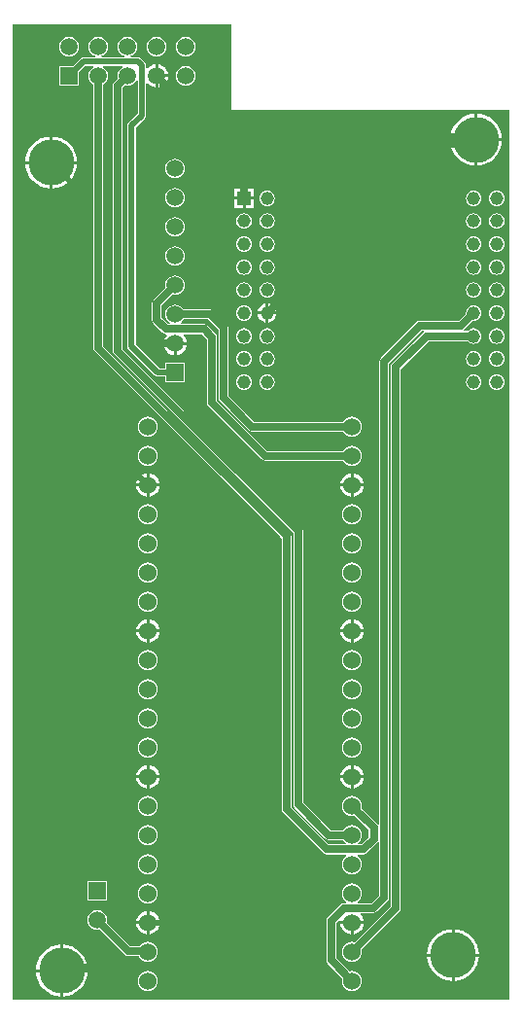
<source format=gtl>
G04*
G04 #@! TF.GenerationSoftware,Altium Limited,Altium Designer,19.1.5 (86)*
G04*
G04 Layer_Physical_Order=1*
G04 Layer_Color=255*
%FSLAX25Y25*%
%MOIN*%
G70*
G01*
G75*
%ADD20C,0.02000*%
%ADD21C,0.05000*%
%ADD22C,0.02500*%
%ADD23R,0.05906X0.05906*%
%ADD24C,0.05906*%
%ADD25C,0.15748*%
%ADD26C,0.06000*%
%ADD27C,0.04528*%
%ADD28R,0.04528X0.04528*%
%ADD29R,0.05906X0.05906*%
G36*
X76772Y314567D02*
X172047D01*
Y9449D01*
X1575D01*
Y343701D01*
X76772D01*
Y314567D01*
D02*
G37*
%LPC*%
G36*
X61004Y339504D02*
X60129Y339388D01*
X59313Y339051D01*
X58613Y338513D01*
X58075Y337813D01*
X57737Y336997D01*
X57622Y336122D01*
X57737Y335247D01*
X58075Y334431D01*
X58613Y333731D01*
X59313Y333193D01*
X60129Y332856D01*
X61004Y332740D01*
X61879Y332856D01*
X62695Y333193D01*
X63395Y333731D01*
X63933Y334431D01*
X64270Y335247D01*
X64386Y336122D01*
X64270Y336997D01*
X63933Y337813D01*
X63395Y338513D01*
X62695Y339051D01*
X61879Y339388D01*
X61004Y339504D01*
D02*
G37*
G36*
X51004D02*
X50129Y339388D01*
X49313Y339051D01*
X48613Y338513D01*
X48075Y337813D01*
X47738Y336997D01*
X47622Y336122D01*
X47738Y335247D01*
X48075Y334431D01*
X48613Y333731D01*
X49313Y333193D01*
X50129Y332856D01*
X51004Y332740D01*
X51879Y332856D01*
X52695Y333193D01*
X53395Y333731D01*
X53932Y334431D01*
X54270Y335247D01*
X54386Y336122D01*
X54270Y336997D01*
X53932Y337813D01*
X53395Y338513D01*
X52695Y339051D01*
X51879Y339388D01*
X51004Y339504D01*
D02*
G37*
G36*
X21004D02*
X20129Y339388D01*
X19313Y339051D01*
X18613Y338513D01*
X18075Y337813D01*
X17738Y336997D01*
X17622Y336122D01*
X17738Y335247D01*
X18075Y334431D01*
X18613Y333731D01*
X19313Y333193D01*
X20129Y332856D01*
X21004Y332740D01*
X21879Y332856D01*
X22695Y333193D01*
X23395Y333731D01*
X23933Y334431D01*
X24270Y335247D01*
X24386Y336122D01*
X24270Y336997D01*
X23933Y337813D01*
X23395Y338513D01*
X22695Y339051D01*
X21879Y339388D01*
X21004Y339504D01*
D02*
G37*
G36*
X41004D02*
X40129Y339388D01*
X39313Y339051D01*
X38613Y338513D01*
X38075Y337813D01*
X37738Y336997D01*
X37622Y336122D01*
X37738Y335247D01*
X38075Y334431D01*
X38613Y333731D01*
X39313Y333193D01*
X39946Y332931D01*
X39846Y332431D01*
X32162D01*
X32062Y332931D01*
X32695Y333193D01*
X33395Y333731D01*
X33933Y334431D01*
X34270Y335247D01*
X34386Y336122D01*
X34270Y336997D01*
X33933Y337813D01*
X33395Y338513D01*
X32695Y339051D01*
X31879Y339388D01*
X31004Y339504D01*
X30129Y339388D01*
X29313Y339051D01*
X28613Y338513D01*
X28075Y337813D01*
X27738Y336997D01*
X27622Y336122D01*
X27738Y335247D01*
X28075Y334431D01*
X28613Y333731D01*
X29313Y333193D01*
X29946Y332931D01*
X29846Y332431D01*
X25886D01*
X25886Y332431D01*
X25340Y332323D01*
X24877Y332013D01*
X24876Y332013D01*
X22338Y329475D01*
X17651D01*
Y322769D01*
X24357D01*
Y327456D01*
X26477Y329576D01*
X29276D01*
X29375Y329077D01*
X29313Y329051D01*
X28613Y328513D01*
X28075Y327813D01*
X27738Y326997D01*
X27622Y326122D01*
X27738Y325247D01*
X28075Y324431D01*
X28613Y323731D01*
X29313Y323193D01*
X29322Y323190D01*
Y232828D01*
X29450Y232185D01*
X29814Y231639D01*
X93888Y167564D01*
Y74705D01*
X94017Y74061D01*
X94381Y73515D01*
X108161Y59736D01*
X108707Y59371D01*
X109350Y59243D01*
X109350Y59243D01*
X116050D01*
X116195Y58743D01*
X115607Y58291D01*
X115062Y57581D01*
X114719Y56754D01*
X114602Y55866D01*
X114719Y54979D01*
X115062Y54151D01*
X115607Y53441D01*
X116317Y52896D01*
X117144Y52554D01*
X118032Y52437D01*
X118919Y52554D01*
X119746Y52896D01*
X120456Y53441D01*
X121001Y54151D01*
X121344Y54979D01*
X121461Y55866D01*
X121344Y56754D01*
X121001Y57581D01*
X120456Y58291D01*
X119868Y58743D01*
X120013Y59243D01*
X121949D01*
X122593Y59371D01*
X123138Y59736D01*
X126682Y63279D01*
X126682Y63279D01*
X126853Y63535D01*
X127353Y63384D01*
Y45231D01*
X124651Y42529D01*
X120089D01*
X119919Y43029D01*
X120456Y43441D01*
X121001Y44151D01*
X121344Y44978D01*
X121461Y45866D01*
X121344Y46754D01*
X121001Y47581D01*
X120456Y48291D01*
X119746Y48836D01*
X118919Y49179D01*
X118032Y49295D01*
X117144Y49179D01*
X116317Y48836D01*
X115607Y48291D01*
X115062Y47581D01*
X114719Y46754D01*
X114602Y45866D01*
X114719Y44978D01*
X115062Y44151D01*
X115607Y43441D01*
X116144Y43029D01*
X115974Y42529D01*
X115256D01*
X115256Y42529D01*
X114612Y42401D01*
X114066Y42036D01*
X109736Y37705D01*
X109371Y37159D01*
X109243Y36516D01*
Y22972D01*
X109371Y22329D01*
X109736Y21783D01*
X114732Y16786D01*
X114719Y16754D01*
X114602Y15866D01*
X114719Y14978D01*
X115062Y14151D01*
X115607Y13441D01*
X116317Y12896D01*
X117144Y12554D01*
X118032Y12437D01*
X118919Y12554D01*
X119746Y12896D01*
X120456Y13441D01*
X121001Y14151D01*
X121344Y14978D01*
X121461Y15866D01*
X121344Y16754D01*
X121001Y17581D01*
X120456Y18291D01*
X119746Y18836D01*
X118919Y19179D01*
X118032Y19295D01*
X117144Y19179D01*
X117112Y19165D01*
X112608Y23669D01*
Y35819D01*
X113620Y36831D01*
X114093Y36597D01*
X114063Y36366D01*
X122000D01*
X121929Y36910D01*
X121526Y37883D01*
X120926Y38664D01*
X121037Y39164D01*
X125348D01*
X125992Y39292D01*
X126538Y39657D01*
X130225Y43344D01*
X130225Y43344D01*
X130590Y43890D01*
X130718Y44534D01*
X130718Y44534D01*
X130718Y227551D01*
X141937Y238770D01*
X142518D01*
X142669Y238270D01*
X142413Y238099D01*
X142413Y238099D01*
X131783Y227469D01*
X131418Y226923D01*
X131290Y226279D01*
Y41504D01*
X118951Y29165D01*
X118919Y29179D01*
X118032Y29295D01*
X117144Y29179D01*
X116317Y28836D01*
X115607Y28291D01*
X115062Y27581D01*
X114719Y26754D01*
X114602Y25866D01*
X114719Y24979D01*
X115062Y24151D01*
X115607Y23441D01*
X116317Y22896D01*
X117144Y22554D01*
X118032Y22437D01*
X118919Y22554D01*
X119746Y22896D01*
X120456Y23441D01*
X121001Y24151D01*
X121344Y24979D01*
X121461Y25866D01*
X121344Y26754D01*
X121331Y26786D01*
X134162Y39617D01*
X134162Y39617D01*
X134527Y40163D01*
X134655Y40807D01*
Y225583D01*
X144299Y235227D01*
X157677D01*
X157844Y235010D01*
X158401Y234583D01*
X159049Y234314D01*
X159744Y234223D01*
X160440Y234314D01*
X161088Y234583D01*
X161644Y235010D01*
X162071Y235566D01*
X162339Y236214D01*
X162431Y236909D01*
X162339Y237605D01*
X162071Y238253D01*
X161644Y238809D01*
X161088Y239236D01*
X160440Y239505D01*
X159744Y239596D01*
X159049Y239505D01*
X158401Y239236D01*
X157844Y238809D01*
X157677Y238592D01*
X156498D01*
X156346Y239092D01*
X156603Y239263D01*
X159472Y242132D01*
X159744Y242097D01*
X160440Y242188D01*
X161088Y242457D01*
X161644Y242884D01*
X162071Y243440D01*
X162339Y244088D01*
X162431Y244783D01*
X162339Y245479D01*
X162071Y246127D01*
X161644Y246683D01*
X161088Y247110D01*
X160440Y247379D01*
X159744Y247470D01*
X159049Y247379D01*
X158401Y247110D01*
X157844Y246683D01*
X157417Y246127D01*
X157149Y245479D01*
X157057Y244783D01*
X157093Y244512D01*
X154717Y242135D01*
X141240D01*
X140596Y242007D01*
X140051Y241642D01*
X140050Y241642D01*
X127846Y229438D01*
X127481Y228892D01*
X127353Y228248D01*
X127353Y69490D01*
X126853Y69339D01*
X126682Y69595D01*
X126682Y69595D01*
X121331Y74946D01*
X121344Y74979D01*
X121461Y75866D01*
X121344Y76754D01*
X121001Y77581D01*
X120456Y78291D01*
X119746Y78836D01*
X118919Y79179D01*
X118032Y79295D01*
X117144Y79179D01*
X116317Y78836D01*
X115607Y78291D01*
X115062Y77581D01*
X114719Y76754D01*
X114602Y75866D01*
X114719Y74979D01*
X115062Y74151D01*
X115607Y73441D01*
X116317Y72896D01*
X117144Y72554D01*
X118032Y72437D01*
X118919Y72554D01*
X118951Y72567D01*
X123810Y67709D01*
Y65165D01*
X121252Y62608D01*
X120191D01*
X120021Y63108D01*
X120456Y63441D01*
X121001Y64151D01*
X121344Y64978D01*
X121461Y65866D01*
X121344Y66754D01*
X121001Y67581D01*
X120456Y68291D01*
X119746Y68836D01*
X118919Y69179D01*
X118032Y69296D01*
X117144Y69179D01*
X116317Y68836D01*
X115607Y68291D01*
X115062Y67581D01*
X115048Y67548D01*
X110618D01*
X101190Y76976D01*
Y169980D01*
X101062Y170624D01*
X100698Y171170D01*
X100697Y171170D01*
X39379Y232488D01*
Y322118D01*
X40120Y322859D01*
X40129Y322856D01*
X41004Y322740D01*
X41879Y322856D01*
X42695Y323193D01*
X43395Y323731D01*
X43933Y324431D01*
X44037Y324684D01*
X44537Y324584D01*
Y313091D01*
X41412Y309966D01*
X41102Y309503D01*
X40994Y308957D01*
X40994Y308957D01*
Y233366D01*
X40994Y233366D01*
X41102Y232820D01*
X41412Y232357D01*
X50420Y223349D01*
X50420Y223349D01*
X50883Y223040D01*
X51429Y222931D01*
X51429Y222931D01*
X54029D01*
Y220958D01*
X60735D01*
Y227664D01*
X54029D01*
Y225786D01*
X52020D01*
X43849Y233957D01*
Y308365D01*
X46974Y311491D01*
X46974Y311491D01*
X47283Y311954D01*
X47392Y312500D01*
Y323515D01*
X47892Y323685D01*
X48185Y323303D01*
X49011Y322669D01*
X49972Y322271D01*
X50504Y322201D01*
Y326122D01*
Y330043D01*
X49972Y329973D01*
X49011Y329575D01*
X48185Y328941D01*
X47892Y328560D01*
X47392Y328729D01*
Y329823D01*
X47392Y329823D01*
X47283Y330369D01*
X46974Y330832D01*
X46974Y330832D01*
X45793Y332013D01*
X45330Y332323D01*
X44783Y332431D01*
X44783Y332431D01*
X42162D01*
X42062Y332931D01*
X42695Y333193D01*
X43395Y333731D01*
X43933Y334431D01*
X44270Y335247D01*
X44386Y336122D01*
X44270Y336997D01*
X43933Y337813D01*
X43395Y338513D01*
X42695Y339051D01*
X41879Y339388D01*
X41004Y339504D01*
D02*
G37*
G36*
X51504Y330043D02*
Y326622D01*
X54925D01*
X54855Y327154D01*
X54457Y328116D01*
X53823Y328941D01*
X52997Y329575D01*
X52036Y329973D01*
X51504Y330043D01*
D02*
G37*
G36*
X61004Y329504D02*
X60129Y329388D01*
X59313Y329051D01*
X58613Y328513D01*
X58075Y327813D01*
X57737Y326997D01*
X57622Y326122D01*
X57737Y325247D01*
X58075Y324431D01*
X58613Y323731D01*
X59313Y323193D01*
X60129Y322856D01*
X61004Y322740D01*
X61879Y322856D01*
X62695Y323193D01*
X63395Y323731D01*
X63933Y324431D01*
X64270Y325247D01*
X64386Y326122D01*
X64270Y326997D01*
X63933Y327813D01*
X63395Y328513D01*
X62695Y329051D01*
X61879Y329388D01*
X61004Y329504D01*
D02*
G37*
G36*
X54925Y325622D02*
X51504D01*
Y322201D01*
X52036Y322271D01*
X52997Y322669D01*
X53823Y323303D01*
X54457Y324129D01*
X54855Y325090D01*
X54925Y325622D01*
D02*
G37*
G36*
X161031Y313100D02*
Y304732D01*
X169399D01*
X169277Y305972D01*
X168770Y307645D01*
X167946Y309186D01*
X166837Y310538D01*
X165486Y311647D01*
X163944Y312471D01*
X162271Y312978D01*
X161031Y313100D01*
D02*
G37*
G36*
X160031D02*
X158792Y312978D01*
X157119Y312471D01*
X155578Y311647D01*
X154226Y310538D01*
X153117Y309186D01*
X152293Y307645D01*
X151786Y305972D01*
X151664Y304732D01*
X160031D01*
Y313100D01*
D02*
G37*
G36*
X15362Y305226D02*
Y296858D01*
X23730D01*
X23608Y298098D01*
X23100Y299771D01*
X22276Y301312D01*
X21167Y302663D01*
X19816Y303772D01*
X18275Y304596D01*
X16602Y305104D01*
X15362Y305226D01*
D02*
G37*
G36*
X14362D02*
X13123Y305104D01*
X11450Y304596D01*
X9908Y303772D01*
X8557Y302663D01*
X7448Y301312D01*
X6624Y299771D01*
X6117Y298098D01*
X5994Y296858D01*
X14362D01*
Y305226D01*
D02*
G37*
G36*
X169399Y303732D02*
X161031D01*
Y295365D01*
X162271Y295487D01*
X163944Y295994D01*
X165486Y296818D01*
X166837Y297927D01*
X167946Y299278D01*
X168770Y300820D01*
X169277Y302493D01*
X169399Y303732D01*
D02*
G37*
G36*
X160031D02*
X151664D01*
X151786Y302493D01*
X152293Y300820D01*
X153117Y299278D01*
X154226Y297927D01*
X155578Y296818D01*
X157119Y295994D01*
X158792Y295487D01*
X160031Y295365D01*
Y303732D01*
D02*
G37*
G36*
X57382Y297693D02*
X56507Y297577D01*
X55691Y297240D01*
X54991Y296702D01*
X54453Y296002D01*
X54115Y295186D01*
X54000Y294311D01*
X54115Y293436D01*
X54453Y292620D01*
X54991Y291920D01*
X55691Y291382D01*
X56507Y291044D01*
X57382Y290929D01*
X58257Y291044D01*
X59073Y291382D01*
X59773Y291920D01*
X60311Y292620D01*
X60648Y293436D01*
X60764Y294311D01*
X60648Y295186D01*
X60311Y296002D01*
X59773Y296702D01*
X59073Y297240D01*
X58257Y297577D01*
X57382Y297693D01*
D02*
G37*
G36*
X23730Y295858D02*
X15362D01*
Y287491D01*
X16602Y287613D01*
X18275Y288120D01*
X19816Y288944D01*
X21167Y290053D01*
X22276Y291404D01*
X23100Y292946D01*
X23608Y294619D01*
X23730Y295858D01*
D02*
G37*
G36*
X14362D02*
X5994D01*
X6117Y294619D01*
X6624Y292946D01*
X7448Y291404D01*
X8557Y290053D01*
X9908Y288944D01*
X11450Y288120D01*
X13123Y287613D01*
X14362Y287491D01*
Y295858D01*
D02*
G37*
G36*
X84268Y287417D02*
X81504D01*
Y284654D01*
X84268D01*
Y287417D01*
D02*
G37*
G36*
X80504D02*
X77740D01*
Y284654D01*
X80504D01*
Y287417D01*
D02*
G37*
G36*
X167618Y286840D02*
X166923Y286749D01*
X166275Y286480D01*
X165718Y286053D01*
X165291Y285497D01*
X165023Y284849D01*
X164931Y284154D01*
X165023Y283458D01*
X165291Y282810D01*
X165718Y282254D01*
X166275Y281827D01*
X166923Y281558D01*
X167618Y281467D01*
X168314Y281558D01*
X168962Y281827D01*
X169518Y282254D01*
X169945Y282810D01*
X170213Y283458D01*
X170305Y284154D01*
X170213Y284849D01*
X169945Y285497D01*
X169518Y286053D01*
X168962Y286480D01*
X168314Y286749D01*
X167618Y286840D01*
D02*
G37*
G36*
X159744Y286840D02*
X159049Y286749D01*
X158401Y286480D01*
X157844Y286053D01*
X157417Y285497D01*
X157149Y284849D01*
X157057Y284154D01*
X157149Y283458D01*
X157417Y282810D01*
X157844Y282254D01*
X158401Y281827D01*
X159049Y281558D01*
X159744Y281467D01*
X160440Y281558D01*
X161088Y281827D01*
X161644Y282254D01*
X162071Y282810D01*
X162339Y283458D01*
X162431Y284154D01*
X162339Y284849D01*
X162071Y285497D01*
X161644Y286053D01*
X161088Y286480D01*
X160440Y286749D01*
X159744Y286840D01*
D02*
G37*
G36*
X88878D02*
X88183Y286749D01*
X87535Y286480D01*
X86978Y286053D01*
X86551Y285497D01*
X86283Y284849D01*
X86191Y284154D01*
X86283Y283458D01*
X86551Y282810D01*
X86978Y282254D01*
X87535Y281827D01*
X88183Y281558D01*
X88878Y281467D01*
X89573Y281558D01*
X90221Y281827D01*
X90778Y282254D01*
X91205Y282810D01*
X91473Y283458D01*
X91565Y284154D01*
X91473Y284849D01*
X91205Y285497D01*
X90778Y286053D01*
X90221Y286480D01*
X89573Y286749D01*
X88878Y286840D01*
D02*
G37*
G36*
X57382Y287693D02*
X56507Y287577D01*
X55691Y287240D01*
X54991Y286702D01*
X54453Y286002D01*
X54115Y285186D01*
X54000Y284311D01*
X54115Y283436D01*
X54453Y282620D01*
X54991Y281920D01*
X55691Y281382D01*
X56507Y281045D01*
X57382Y280929D01*
X58257Y281045D01*
X59073Y281382D01*
X59773Y281920D01*
X60311Y282620D01*
X60648Y283436D01*
X60764Y284311D01*
X60648Y285186D01*
X60311Y286002D01*
X59773Y286702D01*
X59073Y287240D01*
X58257Y287577D01*
X57382Y287693D01*
D02*
G37*
G36*
X84268Y283654D02*
X81504D01*
Y280890D01*
X84268D01*
Y283654D01*
D02*
G37*
G36*
X80504D02*
X77740D01*
Y280890D01*
X80504D01*
Y283654D01*
D02*
G37*
G36*
X167618Y278966D02*
X166923Y278875D01*
X166275Y278606D01*
X165718Y278179D01*
X165291Y277623D01*
X165023Y276975D01*
X164931Y276280D01*
X165023Y275584D01*
X165291Y274936D01*
X165718Y274380D01*
X166275Y273953D01*
X166923Y273684D01*
X167618Y273593D01*
X168314Y273684D01*
X168962Y273953D01*
X169518Y274380D01*
X169945Y274936D01*
X170213Y275584D01*
X170305Y276280D01*
X170213Y276975D01*
X169945Y277623D01*
X169518Y278179D01*
X168962Y278606D01*
X168314Y278875D01*
X167618Y278966D01*
D02*
G37*
G36*
X81004D02*
X80309Y278875D01*
X79660Y278606D01*
X79104Y278179D01*
X78677Y277623D01*
X78409Y276975D01*
X78317Y276280D01*
X78409Y275584D01*
X78677Y274936D01*
X79104Y274380D01*
X79660Y273953D01*
X80309Y273684D01*
X81004Y273593D01*
X81699Y273684D01*
X82347Y273953D01*
X82904Y274380D01*
X83331Y274936D01*
X83599Y275584D01*
X83691Y276280D01*
X83599Y276975D01*
X83331Y277623D01*
X82904Y278179D01*
X82347Y278606D01*
X81699Y278875D01*
X81004Y278966D01*
D02*
G37*
G36*
X159744Y278966D02*
X159049Y278875D01*
X158401Y278606D01*
X157844Y278179D01*
X157417Y277623D01*
X157149Y276975D01*
X157057Y276279D01*
X157149Y275584D01*
X157417Y274936D01*
X157844Y274380D01*
X158401Y273953D01*
X159049Y273684D01*
X159744Y273593D01*
X160440Y273684D01*
X161088Y273953D01*
X161644Y274380D01*
X162071Y274936D01*
X162339Y275584D01*
X162431Y276279D01*
X162339Y276975D01*
X162071Y277623D01*
X161644Y278179D01*
X161088Y278606D01*
X160440Y278875D01*
X159744Y278966D01*
D02*
G37*
G36*
X88878D02*
X88183Y278875D01*
X87535Y278606D01*
X86978Y278179D01*
X86551Y277623D01*
X86283Y276975D01*
X86191Y276279D01*
X86283Y275584D01*
X86551Y274936D01*
X86978Y274380D01*
X87535Y273953D01*
X88183Y273684D01*
X88878Y273593D01*
X89573Y273684D01*
X90221Y273953D01*
X90778Y274380D01*
X91205Y274936D01*
X91473Y275584D01*
X91565Y276279D01*
X91473Y276975D01*
X91205Y277623D01*
X90778Y278179D01*
X90221Y278606D01*
X89573Y278875D01*
X88878Y278966D01*
D02*
G37*
G36*
X57382Y277693D02*
X56507Y277577D01*
X55691Y277240D01*
X54991Y276702D01*
X54453Y276002D01*
X54115Y275186D01*
X54000Y274311D01*
X54115Y273436D01*
X54453Y272620D01*
X54991Y271920D01*
X55691Y271382D01*
X56507Y271044D01*
X57382Y270929D01*
X58257Y271044D01*
X59073Y271382D01*
X59773Y271920D01*
X60311Y272620D01*
X60648Y273436D01*
X60764Y274311D01*
X60648Y275186D01*
X60311Y276002D01*
X59773Y276702D01*
X59073Y277240D01*
X58257Y277577D01*
X57382Y277693D01*
D02*
G37*
G36*
X167618Y271092D02*
X166923Y271001D01*
X166275Y270732D01*
X165718Y270305D01*
X165291Y269749D01*
X165023Y269101D01*
X164931Y268406D01*
X165023Y267710D01*
X165291Y267062D01*
X165718Y266506D01*
X166275Y266079D01*
X166923Y265810D01*
X167618Y265719D01*
X168314Y265810D01*
X168962Y266079D01*
X169518Y266506D01*
X169945Y267062D01*
X170213Y267710D01*
X170305Y268406D01*
X170213Y269101D01*
X169945Y269749D01*
X169518Y270305D01*
X168962Y270732D01*
X168314Y271001D01*
X167618Y271092D01*
D02*
G37*
G36*
X81004D02*
X80309Y271001D01*
X79660Y270732D01*
X79104Y270305D01*
X78677Y269749D01*
X78409Y269101D01*
X78317Y268406D01*
X78409Y267710D01*
X78677Y267062D01*
X79104Y266506D01*
X79660Y266079D01*
X80309Y265810D01*
X81004Y265719D01*
X81699Y265810D01*
X82347Y266079D01*
X82904Y266506D01*
X83331Y267062D01*
X83599Y267710D01*
X83691Y268406D01*
X83599Y269101D01*
X83331Y269749D01*
X82904Y270305D01*
X82347Y270732D01*
X81699Y271001D01*
X81004Y271092D01*
D02*
G37*
G36*
X159744Y271092D02*
X159049Y271001D01*
X158401Y270732D01*
X157844Y270305D01*
X157417Y269749D01*
X157149Y269101D01*
X157057Y268406D01*
X157149Y267710D01*
X157417Y267062D01*
X157844Y266506D01*
X158401Y266079D01*
X159049Y265810D01*
X159744Y265719D01*
X160440Y265810D01*
X161088Y266079D01*
X161644Y266506D01*
X162071Y267062D01*
X162339Y267710D01*
X162431Y268406D01*
X162339Y269101D01*
X162071Y269749D01*
X161644Y270305D01*
X161088Y270732D01*
X160440Y271001D01*
X159744Y271092D01*
D02*
G37*
G36*
X88878D02*
X88183Y271001D01*
X87535Y270732D01*
X86978Y270305D01*
X86551Y269749D01*
X86283Y269101D01*
X86191Y268406D01*
X86283Y267710D01*
X86551Y267062D01*
X86978Y266506D01*
X87535Y266079D01*
X88183Y265810D01*
X88878Y265719D01*
X89573Y265810D01*
X90221Y266079D01*
X90778Y266506D01*
X91205Y267062D01*
X91473Y267710D01*
X91565Y268406D01*
X91473Y269101D01*
X91205Y269749D01*
X90778Y270305D01*
X90221Y270732D01*
X89573Y271001D01*
X88878Y271092D01*
D02*
G37*
G36*
X57382Y267693D02*
X56507Y267577D01*
X55691Y267240D01*
X54991Y266702D01*
X54453Y266002D01*
X54115Y265186D01*
X54000Y264311D01*
X54115Y263436D01*
X54453Y262620D01*
X54991Y261920D01*
X55691Y261382D01*
X56507Y261045D01*
X57382Y260929D01*
X58257Y261045D01*
X59073Y261382D01*
X59773Y261920D01*
X60311Y262620D01*
X60648Y263436D01*
X60764Y264311D01*
X60648Y265186D01*
X60311Y266002D01*
X59773Y266702D01*
X59073Y267240D01*
X58257Y267577D01*
X57382Y267693D01*
D02*
G37*
G36*
X167618Y263218D02*
X166923Y263127D01*
X166275Y262858D01*
X165718Y262431D01*
X165291Y261875D01*
X165023Y261227D01*
X164931Y260531D01*
X165023Y259836D01*
X165291Y259188D01*
X165718Y258632D01*
X166275Y258205D01*
X166923Y257936D01*
X167618Y257845D01*
X168314Y257936D01*
X168962Y258205D01*
X169518Y258632D01*
X169945Y259188D01*
X170213Y259836D01*
X170305Y260531D01*
X170213Y261227D01*
X169945Y261875D01*
X169518Y262431D01*
X168962Y262858D01*
X168314Y263127D01*
X167618Y263218D01*
D02*
G37*
G36*
X81004D02*
X80309Y263127D01*
X79660Y262858D01*
X79104Y262431D01*
X78677Y261875D01*
X78409Y261227D01*
X78317Y260531D01*
X78409Y259836D01*
X78677Y259188D01*
X79104Y258632D01*
X79660Y258205D01*
X80309Y257936D01*
X81004Y257845D01*
X81699Y257936D01*
X82347Y258205D01*
X82904Y258632D01*
X83331Y259188D01*
X83599Y259836D01*
X83691Y260531D01*
X83599Y261227D01*
X83331Y261875D01*
X82904Y262431D01*
X82347Y262858D01*
X81699Y263127D01*
X81004Y263218D01*
D02*
G37*
G36*
X159744Y263218D02*
X159049Y263127D01*
X158401Y262858D01*
X157844Y262431D01*
X157417Y261875D01*
X157149Y261227D01*
X157057Y260531D01*
X157149Y259836D01*
X157417Y259188D01*
X157844Y258632D01*
X158401Y258205D01*
X159049Y257936D01*
X159744Y257845D01*
X160440Y257936D01*
X161088Y258205D01*
X161644Y258632D01*
X162071Y259188D01*
X162339Y259836D01*
X162431Y260531D01*
X162339Y261227D01*
X162071Y261875D01*
X161644Y262431D01*
X161088Y262858D01*
X160440Y263127D01*
X159744Y263218D01*
D02*
G37*
G36*
X88878D02*
X88183Y263127D01*
X87535Y262858D01*
X86978Y262431D01*
X86551Y261875D01*
X86283Y261227D01*
X86191Y260531D01*
X86283Y259836D01*
X86551Y259188D01*
X86978Y258632D01*
X87535Y258205D01*
X88183Y257936D01*
X88878Y257845D01*
X89573Y257936D01*
X90221Y258205D01*
X90778Y258632D01*
X91205Y259188D01*
X91473Y259836D01*
X91565Y260531D01*
X91473Y261227D01*
X91205Y261875D01*
X90778Y262431D01*
X90221Y262858D01*
X89573Y263127D01*
X88878Y263218D01*
D02*
G37*
G36*
X57382Y257693D02*
X56507Y257577D01*
X55691Y257240D01*
X54991Y256702D01*
X54453Y256002D01*
X54115Y255186D01*
X54000Y254311D01*
X54115Y253436D01*
X54119Y253427D01*
X49893Y249201D01*
X49528Y248656D01*
X49400Y248012D01*
Y242421D01*
X49528Y241777D01*
X49893Y241232D01*
X53043Y238082D01*
X53588Y237717D01*
X54232Y237589D01*
X54407D01*
X54471Y237401D01*
X54531Y237089D01*
X53929Y236304D01*
X53531Y235343D01*
X53461Y234811D01*
X57382D01*
X61303D01*
X61233Y235343D01*
X60835Y236304D01*
X60232Y237089D01*
X60293Y237401D01*
X60357Y237589D01*
X66527D01*
X68298Y235819D01*
Y214075D01*
X68426Y213431D01*
X68791Y212885D01*
X86999Y194676D01*
X86999Y194676D01*
X87545Y194312D01*
X88189Y194184D01*
X115048D01*
X115062Y194151D01*
X115607Y193441D01*
X116317Y192896D01*
X117144Y192554D01*
X118032Y192437D01*
X118919Y192554D01*
X119746Y192896D01*
X120456Y193441D01*
X121001Y194151D01*
X121344Y194978D01*
X121461Y195866D01*
X121344Y196754D01*
X121001Y197581D01*
X120456Y198291D01*
X119746Y198836D01*
X118919Y199179D01*
X118032Y199295D01*
X117144Y199179D01*
X116317Y198836D01*
X115607Y198291D01*
X115062Y197581D01*
X115048Y197548D01*
X88886D01*
X71663Y214772D01*
Y236516D01*
X71535Y237159D01*
X71170Y237705D01*
X68414Y240461D01*
X67868Y240826D01*
X67224Y240954D01*
X59298D01*
X59237Y241069D01*
X59166Y241454D01*
X59773Y241920D01*
X60311Y242620D01*
X60314Y242629D01*
X68575D01*
X72235Y238968D01*
Y215650D01*
X72363Y215006D01*
X72728Y214460D01*
X82511Y204677D01*
X83057Y204312D01*
X83701Y204184D01*
X115048D01*
X115062Y204151D01*
X115607Y203441D01*
X116317Y202896D01*
X117144Y202554D01*
X118032Y202437D01*
X118919Y202554D01*
X119746Y202896D01*
X120456Y203441D01*
X121001Y204151D01*
X121344Y204978D01*
X121461Y205866D01*
X121344Y206754D01*
X121001Y207581D01*
X120456Y208291D01*
X119746Y208836D01*
X118919Y209179D01*
X118032Y209295D01*
X117144Y209179D01*
X116317Y208836D01*
X115607Y208291D01*
X115062Y207581D01*
X115048Y207548D01*
X84398D01*
X75600Y216346D01*
Y239665D01*
X75472Y240309D01*
X75107Y240855D01*
X70461Y245501D01*
X69915Y245865D01*
X69272Y245993D01*
X60314D01*
X60311Y246002D01*
X59773Y246702D01*
X59073Y247240D01*
X58257Y247577D01*
X57382Y247693D01*
X56507Y247577D01*
X55691Y247240D01*
X54991Y246702D01*
X54453Y246002D01*
X54115Y245186D01*
X54000Y244311D01*
X54115Y243436D01*
X54453Y242620D01*
X54991Y241920D01*
X55598Y241454D01*
X55526Y241069D01*
X55466Y240954D01*
X54929D01*
X52765Y243118D01*
Y247315D01*
X56498Y251048D01*
X56507Y251045D01*
X57382Y250929D01*
X58257Y251045D01*
X59073Y251382D01*
X59773Y251920D01*
X60311Y252620D01*
X60648Y253436D01*
X60764Y254311D01*
X60648Y255186D01*
X60311Y256002D01*
X59773Y256702D01*
X59073Y257240D01*
X58257Y257577D01*
X57382Y257693D01*
D02*
G37*
G36*
X167618Y255344D02*
X166923Y255253D01*
X166275Y254984D01*
X165718Y254557D01*
X165291Y254001D01*
X165023Y253353D01*
X164931Y252658D01*
X165023Y251962D01*
X165291Y251314D01*
X165718Y250758D01*
X166275Y250331D01*
X166923Y250062D01*
X167618Y249971D01*
X168314Y250062D01*
X168962Y250331D01*
X169518Y250758D01*
X169945Y251314D01*
X170213Y251962D01*
X170305Y252658D01*
X170213Y253353D01*
X169945Y254001D01*
X169518Y254557D01*
X168962Y254984D01*
X168314Y255253D01*
X167618Y255344D01*
D02*
G37*
G36*
X81004D02*
X80309Y255253D01*
X79660Y254984D01*
X79104Y254557D01*
X78677Y254001D01*
X78409Y253353D01*
X78317Y252658D01*
X78409Y251962D01*
X78677Y251314D01*
X79104Y250758D01*
X79660Y250331D01*
X80309Y250062D01*
X81004Y249971D01*
X81699Y250062D01*
X82347Y250331D01*
X82904Y250758D01*
X83331Y251314D01*
X83599Y251962D01*
X83691Y252658D01*
X83599Y253353D01*
X83331Y254001D01*
X82904Y254557D01*
X82347Y254984D01*
X81699Y255253D01*
X81004Y255344D01*
D02*
G37*
G36*
X159744Y255344D02*
X159049Y255253D01*
X158401Y254984D01*
X157844Y254557D01*
X157417Y254001D01*
X157149Y253353D01*
X157057Y252658D01*
X157149Y251962D01*
X157417Y251314D01*
X157844Y250758D01*
X158401Y250331D01*
X159049Y250062D01*
X159744Y249971D01*
X160440Y250062D01*
X161088Y250331D01*
X161644Y250758D01*
X162071Y251314D01*
X162339Y251962D01*
X162431Y252658D01*
X162339Y253353D01*
X162071Y254001D01*
X161644Y254557D01*
X161088Y254984D01*
X160440Y255253D01*
X159744Y255344D01*
D02*
G37*
G36*
X88878D02*
X88183Y255253D01*
X87535Y254984D01*
X86978Y254557D01*
X86551Y254001D01*
X86283Y253353D01*
X86191Y252658D01*
X86283Y251962D01*
X86551Y251314D01*
X86978Y250758D01*
X87535Y250331D01*
X88183Y250062D01*
X88878Y249971D01*
X89573Y250062D01*
X90221Y250331D01*
X90778Y250758D01*
X91205Y251314D01*
X91473Y251962D01*
X91565Y252658D01*
X91473Y253353D01*
X91205Y254001D01*
X90778Y254557D01*
X90221Y254984D01*
X89573Y255253D01*
X88878Y255344D01*
D02*
G37*
G36*
X89378Y248009D02*
Y245283D01*
X92104D01*
X92058Y245635D01*
X91729Y246429D01*
X91206Y247111D01*
X90524Y247634D01*
X89730Y247963D01*
X89378Y248009D01*
D02*
G37*
G36*
X88378D02*
X88026Y247963D01*
X87232Y247634D01*
X86550Y247111D01*
X86027Y246429D01*
X85698Y245635D01*
X85652Y245283D01*
X88378D01*
Y248009D01*
D02*
G37*
G36*
X167618Y247470D02*
X166923Y247379D01*
X166275Y247110D01*
X165718Y246683D01*
X165291Y246127D01*
X165023Y245479D01*
X164931Y244783D01*
X165023Y244088D01*
X165291Y243440D01*
X165718Y242884D01*
X166275Y242457D01*
X166923Y242188D01*
X167618Y242097D01*
X168314Y242188D01*
X168962Y242457D01*
X169518Y242884D01*
X169945Y243440D01*
X170213Y244088D01*
X170305Y244783D01*
X170213Y245479D01*
X169945Y246127D01*
X169518Y246683D01*
X168962Y247110D01*
X168314Y247379D01*
X167618Y247470D01*
D02*
G37*
G36*
X81004D02*
X80309Y247379D01*
X79660Y247110D01*
X79104Y246683D01*
X78677Y246127D01*
X78409Y245479D01*
X78317Y244783D01*
X78409Y244088D01*
X78677Y243440D01*
X79104Y242884D01*
X79660Y242457D01*
X80309Y242188D01*
X81004Y242097D01*
X81699Y242188D01*
X82347Y242457D01*
X82904Y242884D01*
X83331Y243440D01*
X83599Y244088D01*
X83691Y244783D01*
X83599Y245479D01*
X83331Y246127D01*
X82904Y246683D01*
X82347Y247110D01*
X81699Y247379D01*
X81004Y247470D01*
D02*
G37*
G36*
X92104Y244283D02*
X89378D01*
Y241557D01*
X89730Y241604D01*
X90524Y241933D01*
X91206Y242456D01*
X91729Y243138D01*
X92058Y243931D01*
X92104Y244283D01*
D02*
G37*
G36*
X88378D02*
X85652D01*
X85698Y243931D01*
X86027Y243138D01*
X86550Y242456D01*
X87232Y241933D01*
X88026Y241604D01*
X88378Y241557D01*
Y244283D01*
D02*
G37*
G36*
X167618Y239596D02*
X166923Y239505D01*
X166275Y239236D01*
X165718Y238809D01*
X165291Y238253D01*
X165023Y237605D01*
X164931Y236910D01*
X165023Y236214D01*
X165291Y235566D01*
X165718Y235010D01*
X166275Y234583D01*
X166923Y234314D01*
X167618Y234223D01*
X168314Y234314D01*
X168962Y234583D01*
X169518Y235010D01*
X169945Y235566D01*
X170213Y236214D01*
X170305Y236910D01*
X170213Y237605D01*
X169945Y238253D01*
X169518Y238809D01*
X168962Y239236D01*
X168314Y239505D01*
X167618Y239596D01*
D02*
G37*
G36*
X81004D02*
X80309Y239505D01*
X79660Y239236D01*
X79104Y238809D01*
X78677Y238253D01*
X78409Y237605D01*
X78317Y236910D01*
X78409Y236214D01*
X78677Y235566D01*
X79104Y235010D01*
X79660Y234583D01*
X80309Y234314D01*
X81004Y234223D01*
X81699Y234314D01*
X82347Y234583D01*
X82904Y235010D01*
X83331Y235566D01*
X83599Y236214D01*
X83691Y236910D01*
X83599Y237605D01*
X83331Y238253D01*
X82904Y238809D01*
X82347Y239236D01*
X81699Y239505D01*
X81004Y239596D01*
D02*
G37*
G36*
X88878Y239596D02*
X88183Y239505D01*
X87535Y239236D01*
X86978Y238809D01*
X86551Y238253D01*
X86283Y237605D01*
X86191Y236909D01*
X86283Y236214D01*
X86551Y235566D01*
X86978Y235010D01*
X87535Y234583D01*
X88183Y234314D01*
X88878Y234223D01*
X89573Y234314D01*
X90221Y234583D01*
X90778Y235010D01*
X91205Y235566D01*
X91473Y236214D01*
X91565Y236909D01*
X91473Y237605D01*
X91205Y238253D01*
X90778Y238809D01*
X90221Y239236D01*
X89573Y239505D01*
X88878Y239596D01*
D02*
G37*
G36*
X61303Y233811D02*
X57882D01*
Y230390D01*
X58414Y230460D01*
X59375Y230858D01*
X60201Y231492D01*
X60835Y232318D01*
X61233Y233279D01*
X61303Y233811D01*
D02*
G37*
G36*
X56882D02*
X53461D01*
X53531Y233279D01*
X53929Y232318D01*
X54563Y231492D01*
X55388Y230858D01*
X56350Y230460D01*
X56882Y230390D01*
Y233811D01*
D02*
G37*
G36*
X167618Y231722D02*
X166923Y231631D01*
X166275Y231362D01*
X165718Y230935D01*
X165291Y230379D01*
X165023Y229731D01*
X164931Y229035D01*
X165023Y228340D01*
X165291Y227692D01*
X165718Y227136D01*
X166275Y226709D01*
X166923Y226440D01*
X167618Y226349D01*
X168314Y226440D01*
X168962Y226709D01*
X169518Y227136D01*
X169945Y227692D01*
X170213Y228340D01*
X170305Y229035D01*
X170213Y229731D01*
X169945Y230379D01*
X169518Y230935D01*
X168962Y231362D01*
X168314Y231631D01*
X167618Y231722D01*
D02*
G37*
G36*
X81004D02*
X80309Y231631D01*
X79660Y231362D01*
X79104Y230935D01*
X78677Y230379D01*
X78409Y229731D01*
X78317Y229035D01*
X78409Y228340D01*
X78677Y227692D01*
X79104Y227136D01*
X79660Y226709D01*
X80309Y226440D01*
X81004Y226349D01*
X81699Y226440D01*
X82347Y226709D01*
X82904Y227136D01*
X83331Y227692D01*
X83599Y228340D01*
X83691Y229035D01*
X83599Y229731D01*
X83331Y230379D01*
X82904Y230935D01*
X82347Y231362D01*
X81699Y231631D01*
X81004Y231722D01*
D02*
G37*
G36*
X159744Y231722D02*
X159049Y231631D01*
X158401Y231362D01*
X157844Y230935D01*
X157417Y230379D01*
X157149Y229731D01*
X157057Y229035D01*
X157149Y228340D01*
X157417Y227692D01*
X157844Y227136D01*
X158401Y226709D01*
X159049Y226440D01*
X159744Y226349D01*
X160440Y226440D01*
X161088Y226709D01*
X161644Y227136D01*
X162071Y227692D01*
X162339Y228340D01*
X162431Y229035D01*
X162339Y229731D01*
X162071Y230379D01*
X161644Y230935D01*
X161088Y231362D01*
X160440Y231631D01*
X159744Y231722D01*
D02*
G37*
G36*
X88878D02*
X88183Y231631D01*
X87535Y231362D01*
X86978Y230935D01*
X86551Y230379D01*
X86283Y229731D01*
X86191Y229035D01*
X86283Y228340D01*
X86551Y227692D01*
X86978Y227136D01*
X87535Y226709D01*
X88183Y226440D01*
X88878Y226349D01*
X89573Y226440D01*
X90221Y226709D01*
X90778Y227136D01*
X91205Y227692D01*
X91473Y228340D01*
X91565Y229035D01*
X91473Y229731D01*
X91205Y230379D01*
X90778Y230935D01*
X90221Y231362D01*
X89573Y231631D01*
X88878Y231722D01*
D02*
G37*
G36*
X167618Y223848D02*
X166923Y223757D01*
X166275Y223488D01*
X165718Y223061D01*
X165291Y222505D01*
X165023Y221857D01*
X164931Y221161D01*
X165023Y220466D01*
X165291Y219818D01*
X165718Y219262D01*
X166275Y218835D01*
X166923Y218566D01*
X167618Y218475D01*
X168314Y218566D01*
X168962Y218835D01*
X169518Y219262D01*
X169945Y219818D01*
X170213Y220466D01*
X170305Y221161D01*
X170213Y221857D01*
X169945Y222505D01*
X169518Y223061D01*
X168962Y223488D01*
X168314Y223757D01*
X167618Y223848D01*
D02*
G37*
G36*
X81004D02*
X80309Y223757D01*
X79660Y223488D01*
X79104Y223061D01*
X78677Y222505D01*
X78409Y221857D01*
X78317Y221161D01*
X78409Y220466D01*
X78677Y219818D01*
X79104Y219262D01*
X79660Y218835D01*
X80309Y218566D01*
X81004Y218475D01*
X81699Y218566D01*
X82347Y218835D01*
X82904Y219262D01*
X83331Y219818D01*
X83599Y220466D01*
X83691Y221161D01*
X83599Y221857D01*
X83331Y222505D01*
X82904Y223061D01*
X82347Y223488D01*
X81699Y223757D01*
X81004Y223848D01*
D02*
G37*
G36*
X159744Y223848D02*
X159049Y223757D01*
X158401Y223488D01*
X157844Y223061D01*
X157417Y222505D01*
X157149Y221857D01*
X157057Y221161D01*
X157149Y220466D01*
X157417Y219818D01*
X157844Y219262D01*
X158401Y218835D01*
X159049Y218566D01*
X159744Y218475D01*
X160440Y218566D01*
X161088Y218835D01*
X161644Y219262D01*
X162071Y219818D01*
X162339Y220466D01*
X162431Y221161D01*
X162339Y221857D01*
X162071Y222505D01*
X161644Y223061D01*
X161088Y223488D01*
X160440Y223757D01*
X159744Y223848D01*
D02*
G37*
G36*
X88878D02*
X88183Y223757D01*
X87535Y223488D01*
X86978Y223061D01*
X86551Y222505D01*
X86283Y221857D01*
X86191Y221161D01*
X86283Y220466D01*
X86551Y219818D01*
X86978Y219262D01*
X87535Y218835D01*
X88183Y218566D01*
X88878Y218475D01*
X89573Y218566D01*
X90221Y218835D01*
X90778Y219262D01*
X91205Y219818D01*
X91473Y220466D01*
X91565Y221161D01*
X91473Y221857D01*
X91205Y222505D01*
X90778Y223061D01*
X90221Y223488D01*
X89573Y223757D01*
X88878Y223848D01*
D02*
G37*
G36*
X48031Y209295D02*
X47144Y209179D01*
X46317Y208836D01*
X45607Y208291D01*
X45062Y207581D01*
X44719Y206754D01*
X44602Y205866D01*
X44719Y204978D01*
X45062Y204151D01*
X45607Y203441D01*
X46317Y202896D01*
X47144Y202554D01*
X48031Y202437D01*
X48919Y202554D01*
X49746Y202896D01*
X50456Y203441D01*
X51001Y204151D01*
X51344Y204978D01*
X51461Y205866D01*
X51344Y206754D01*
X51001Y207581D01*
X50456Y208291D01*
X49746Y208836D01*
X48919Y209179D01*
X48031Y209295D01*
D02*
G37*
G36*
Y199295D02*
X47144Y199179D01*
X46317Y198836D01*
X45607Y198291D01*
X45062Y197581D01*
X44719Y196754D01*
X44602Y195866D01*
X44719Y194978D01*
X45062Y194151D01*
X45607Y193441D01*
X46317Y192896D01*
X47144Y192554D01*
X48031Y192437D01*
X48919Y192554D01*
X49746Y192896D01*
X50456Y193441D01*
X51001Y194151D01*
X51344Y194978D01*
X51461Y195866D01*
X51344Y196754D01*
X51001Y197581D01*
X50456Y198291D01*
X49746Y198836D01*
X48919Y199179D01*
X48031Y199295D01*
D02*
G37*
G36*
X118532Y189835D02*
Y186366D01*
X122000D01*
X121929Y186910D01*
X121526Y187883D01*
X120884Y188719D01*
X120049Y189360D01*
X119076Y189763D01*
X118532Y189835D01*
D02*
G37*
G36*
X117532D02*
X116987Y189763D01*
X116014Y189360D01*
X115179Y188719D01*
X114538Y187883D01*
X114134Y186910D01*
X114063Y186366D01*
X117532D01*
Y189835D01*
D02*
G37*
G36*
X48531D02*
Y186366D01*
X52000D01*
X51929Y186910D01*
X51525Y187883D01*
X50884Y188719D01*
X50049Y189360D01*
X49076Y189763D01*
X48531Y189835D01*
D02*
G37*
G36*
X47532D02*
X46987Y189763D01*
X46014Y189360D01*
X45179Y188719D01*
X44537Y187883D01*
X44134Y186910D01*
X44063Y186366D01*
X47532D01*
Y189835D01*
D02*
G37*
G36*
X122000Y185366D02*
X118532D01*
Y181897D01*
X119076Y181969D01*
X120049Y182372D01*
X120884Y183013D01*
X121526Y183849D01*
X121929Y184822D01*
X122000Y185366D01*
D02*
G37*
G36*
X117532D02*
X114063D01*
X114134Y184822D01*
X114538Y183849D01*
X115179Y183013D01*
X116014Y182372D01*
X116987Y181969D01*
X117532Y181897D01*
Y185366D01*
D02*
G37*
G36*
X52000D02*
X48531D01*
Y181897D01*
X49076Y181969D01*
X50049Y182372D01*
X50884Y183013D01*
X51525Y183849D01*
X51929Y184822D01*
X52000Y185366D01*
D02*
G37*
G36*
X47532D02*
X44063D01*
X44134Y184822D01*
X44537Y183849D01*
X45179Y183013D01*
X46014Y182372D01*
X46987Y181969D01*
X47532Y181897D01*
Y185366D01*
D02*
G37*
G36*
X118032Y179296D02*
X117144Y179179D01*
X116317Y178836D01*
X115607Y178291D01*
X115062Y177581D01*
X114719Y176754D01*
X114602Y175866D01*
X114719Y174978D01*
X115062Y174151D01*
X115607Y173441D01*
X116317Y172896D01*
X117144Y172554D01*
X118032Y172437D01*
X118919Y172554D01*
X119746Y172896D01*
X120456Y173441D01*
X121001Y174151D01*
X121344Y174978D01*
X121461Y175866D01*
X121344Y176754D01*
X121001Y177581D01*
X120456Y178291D01*
X119746Y178836D01*
X118919Y179179D01*
X118032Y179296D01*
D02*
G37*
G36*
X48031D02*
X47144Y179179D01*
X46317Y178836D01*
X45607Y178291D01*
X45062Y177581D01*
X44719Y176754D01*
X44602Y175866D01*
X44719Y174978D01*
X45062Y174151D01*
X45607Y173441D01*
X46317Y172896D01*
X47144Y172554D01*
X48031Y172437D01*
X48919Y172554D01*
X49746Y172896D01*
X50456Y173441D01*
X51001Y174151D01*
X51344Y174978D01*
X51461Y175866D01*
X51344Y176754D01*
X51001Y177581D01*
X50456Y178291D01*
X49746Y178836D01*
X48919Y179179D01*
X48031Y179296D01*
D02*
G37*
G36*
X118032Y169296D02*
X117144Y169179D01*
X116317Y168836D01*
X115607Y168291D01*
X115062Y167581D01*
X114719Y166754D01*
X114602Y165866D01*
X114719Y164979D01*
X115062Y164151D01*
X115607Y163441D01*
X116317Y162896D01*
X117144Y162554D01*
X118032Y162437D01*
X118919Y162554D01*
X119746Y162896D01*
X120456Y163441D01*
X121001Y164151D01*
X121344Y164979D01*
X121461Y165866D01*
X121344Y166754D01*
X121001Y167581D01*
X120456Y168291D01*
X119746Y168836D01*
X118919Y169179D01*
X118032Y169296D01*
D02*
G37*
G36*
X48031D02*
X47144Y169179D01*
X46317Y168836D01*
X45607Y168291D01*
X45062Y167581D01*
X44719Y166754D01*
X44602Y165866D01*
X44719Y164979D01*
X45062Y164151D01*
X45607Y163441D01*
X46317Y162896D01*
X47144Y162554D01*
X48031Y162437D01*
X48919Y162554D01*
X49746Y162896D01*
X50456Y163441D01*
X51001Y164151D01*
X51344Y164979D01*
X51461Y165866D01*
X51344Y166754D01*
X51001Y167581D01*
X50456Y168291D01*
X49746Y168836D01*
X48919Y169179D01*
X48031Y169296D01*
D02*
G37*
G36*
X118032Y159295D02*
X117144Y159179D01*
X116317Y158836D01*
X115607Y158291D01*
X115062Y157581D01*
X114719Y156754D01*
X114602Y155866D01*
X114719Y154979D01*
X115062Y154151D01*
X115607Y153441D01*
X116317Y152896D01*
X117144Y152554D01*
X118032Y152437D01*
X118919Y152554D01*
X119746Y152896D01*
X120456Y153441D01*
X121001Y154151D01*
X121344Y154979D01*
X121461Y155866D01*
X121344Y156754D01*
X121001Y157581D01*
X120456Y158291D01*
X119746Y158836D01*
X118919Y159179D01*
X118032Y159295D01*
D02*
G37*
G36*
X48031D02*
X47144Y159179D01*
X46317Y158836D01*
X45607Y158291D01*
X45062Y157581D01*
X44719Y156754D01*
X44602Y155866D01*
X44719Y154979D01*
X45062Y154151D01*
X45607Y153441D01*
X46317Y152896D01*
X47144Y152554D01*
X48031Y152437D01*
X48919Y152554D01*
X49746Y152896D01*
X50456Y153441D01*
X51001Y154151D01*
X51344Y154979D01*
X51461Y155866D01*
X51344Y156754D01*
X51001Y157581D01*
X50456Y158291D01*
X49746Y158836D01*
X48919Y159179D01*
X48031Y159295D01*
D02*
G37*
G36*
X118032Y149295D02*
X117144Y149179D01*
X116317Y148836D01*
X115607Y148291D01*
X115062Y147581D01*
X114719Y146754D01*
X114602Y145866D01*
X114719Y144978D01*
X115062Y144151D01*
X115607Y143441D01*
X116317Y142896D01*
X117144Y142554D01*
X118032Y142437D01*
X118919Y142554D01*
X119746Y142896D01*
X120456Y143441D01*
X121001Y144151D01*
X121344Y144978D01*
X121461Y145866D01*
X121344Y146754D01*
X121001Y147581D01*
X120456Y148291D01*
X119746Y148836D01*
X118919Y149179D01*
X118032Y149295D01*
D02*
G37*
G36*
X48031D02*
X47144Y149179D01*
X46317Y148836D01*
X45607Y148291D01*
X45062Y147581D01*
X44719Y146754D01*
X44602Y145866D01*
X44719Y144978D01*
X45062Y144151D01*
X45607Y143441D01*
X46317Y142896D01*
X47144Y142554D01*
X48031Y142437D01*
X48919Y142554D01*
X49746Y142896D01*
X50456Y143441D01*
X51001Y144151D01*
X51344Y144978D01*
X51461Y145866D01*
X51344Y146754D01*
X51001Y147581D01*
X50456Y148291D01*
X49746Y148836D01*
X48919Y149179D01*
X48031Y149295D01*
D02*
G37*
G36*
X118532Y139835D02*
Y136366D01*
X122000D01*
X121929Y136910D01*
X121526Y137883D01*
X120884Y138719D01*
X120049Y139360D01*
X119076Y139763D01*
X118532Y139835D01*
D02*
G37*
G36*
X117532D02*
X116987Y139763D01*
X116014Y139360D01*
X115179Y138719D01*
X114538Y137883D01*
X114134Y136910D01*
X114063Y136366D01*
X117532D01*
Y139835D01*
D02*
G37*
G36*
X48531D02*
Y136366D01*
X52000D01*
X51929Y136910D01*
X51525Y137883D01*
X50884Y138719D01*
X50049Y139360D01*
X49076Y139763D01*
X48531Y139835D01*
D02*
G37*
G36*
X47532D02*
X46987Y139763D01*
X46014Y139360D01*
X45179Y138719D01*
X44537Y137883D01*
X44134Y136910D01*
X44063Y136366D01*
X47532D01*
Y139835D01*
D02*
G37*
G36*
X122000Y135366D02*
X118532D01*
Y131897D01*
X119076Y131969D01*
X120049Y132372D01*
X120884Y133013D01*
X121526Y133849D01*
X121929Y134822D01*
X122000Y135366D01*
D02*
G37*
G36*
X117532D02*
X114063D01*
X114134Y134822D01*
X114538Y133849D01*
X115179Y133013D01*
X116014Y132372D01*
X116987Y131969D01*
X117532Y131897D01*
Y135366D01*
D02*
G37*
G36*
X52000D02*
X48531D01*
Y131897D01*
X49076Y131969D01*
X50049Y132372D01*
X50884Y133013D01*
X51525Y133849D01*
X51929Y134822D01*
X52000Y135366D01*
D02*
G37*
G36*
X47532D02*
X44063D01*
X44134Y134822D01*
X44537Y133849D01*
X45179Y133013D01*
X46014Y132372D01*
X46987Y131969D01*
X47532Y131897D01*
Y135366D01*
D02*
G37*
G36*
X118032Y129296D02*
X117144Y129179D01*
X116317Y128836D01*
X115607Y128291D01*
X115062Y127581D01*
X114719Y126754D01*
X114602Y125866D01*
X114719Y124978D01*
X115062Y124151D01*
X115607Y123441D01*
X116317Y122896D01*
X117144Y122554D01*
X118032Y122437D01*
X118919Y122554D01*
X119746Y122896D01*
X120456Y123441D01*
X121001Y124151D01*
X121344Y124978D01*
X121461Y125866D01*
X121344Y126754D01*
X121001Y127581D01*
X120456Y128291D01*
X119746Y128836D01*
X118919Y129179D01*
X118032Y129296D01*
D02*
G37*
G36*
X48031D02*
X47144Y129179D01*
X46317Y128836D01*
X45607Y128291D01*
X45062Y127581D01*
X44719Y126754D01*
X44602Y125866D01*
X44719Y124978D01*
X45062Y124151D01*
X45607Y123441D01*
X46317Y122896D01*
X47144Y122554D01*
X48031Y122437D01*
X48919Y122554D01*
X49746Y122896D01*
X50456Y123441D01*
X51001Y124151D01*
X51344Y124978D01*
X51461Y125866D01*
X51344Y126754D01*
X51001Y127581D01*
X50456Y128291D01*
X49746Y128836D01*
X48919Y129179D01*
X48031Y129296D01*
D02*
G37*
G36*
X118032Y119296D02*
X117144Y119179D01*
X116317Y118836D01*
X115607Y118291D01*
X115062Y117581D01*
X114719Y116754D01*
X114602Y115866D01*
X114719Y114979D01*
X115062Y114151D01*
X115607Y113441D01*
X116317Y112896D01*
X117144Y112554D01*
X118032Y112437D01*
X118919Y112554D01*
X119746Y112896D01*
X120456Y113441D01*
X121001Y114151D01*
X121344Y114979D01*
X121461Y115866D01*
X121344Y116754D01*
X121001Y117581D01*
X120456Y118291D01*
X119746Y118836D01*
X118919Y119179D01*
X118032Y119296D01*
D02*
G37*
G36*
X48031D02*
X47144Y119179D01*
X46317Y118836D01*
X45607Y118291D01*
X45062Y117581D01*
X44719Y116754D01*
X44602Y115866D01*
X44719Y114979D01*
X45062Y114151D01*
X45607Y113441D01*
X46317Y112896D01*
X47144Y112554D01*
X48031Y112437D01*
X48919Y112554D01*
X49746Y112896D01*
X50456Y113441D01*
X51001Y114151D01*
X51344Y114979D01*
X51461Y115866D01*
X51344Y116754D01*
X51001Y117581D01*
X50456Y118291D01*
X49746Y118836D01*
X48919Y119179D01*
X48031Y119296D01*
D02*
G37*
G36*
X118032Y109295D02*
X117144Y109179D01*
X116317Y108836D01*
X115607Y108291D01*
X115062Y107581D01*
X114719Y106754D01*
X114602Y105866D01*
X114719Y104979D01*
X115062Y104151D01*
X115607Y103441D01*
X116317Y102896D01*
X117144Y102554D01*
X118032Y102437D01*
X118919Y102554D01*
X119746Y102896D01*
X120456Y103441D01*
X121001Y104151D01*
X121344Y104979D01*
X121461Y105866D01*
X121344Y106754D01*
X121001Y107581D01*
X120456Y108291D01*
X119746Y108836D01*
X118919Y109179D01*
X118032Y109295D01*
D02*
G37*
G36*
X48031D02*
X47144Y109179D01*
X46317Y108836D01*
X45607Y108291D01*
X45062Y107581D01*
X44719Y106754D01*
X44602Y105866D01*
X44719Y104979D01*
X45062Y104151D01*
X45607Y103441D01*
X46317Y102896D01*
X47144Y102554D01*
X48031Y102437D01*
X48919Y102554D01*
X49746Y102896D01*
X50456Y103441D01*
X51001Y104151D01*
X51344Y104979D01*
X51461Y105866D01*
X51344Y106754D01*
X51001Y107581D01*
X50456Y108291D01*
X49746Y108836D01*
X48919Y109179D01*
X48031Y109295D01*
D02*
G37*
G36*
X118032Y99296D02*
X117144Y99179D01*
X116317Y98836D01*
X115607Y98291D01*
X115062Y97581D01*
X114719Y96754D01*
X114602Y95866D01*
X114719Y94978D01*
X115062Y94151D01*
X115607Y93441D01*
X116317Y92896D01*
X117144Y92554D01*
X118032Y92437D01*
X118919Y92554D01*
X119746Y92896D01*
X120456Y93441D01*
X121001Y94151D01*
X121344Y94978D01*
X121461Y95866D01*
X121344Y96754D01*
X121001Y97581D01*
X120456Y98291D01*
X119746Y98836D01*
X118919Y99179D01*
X118032Y99296D01*
D02*
G37*
G36*
X48031D02*
X47144Y99179D01*
X46317Y98836D01*
X45607Y98291D01*
X45062Y97581D01*
X44719Y96754D01*
X44602Y95866D01*
X44719Y94978D01*
X45062Y94151D01*
X45607Y93441D01*
X46317Y92896D01*
X47144Y92554D01*
X48031Y92437D01*
X48919Y92554D01*
X49746Y92896D01*
X50456Y93441D01*
X51001Y94151D01*
X51344Y94978D01*
X51461Y95866D01*
X51344Y96754D01*
X51001Y97581D01*
X50456Y98291D01*
X49746Y98836D01*
X48919Y99179D01*
X48031Y99296D01*
D02*
G37*
G36*
X118532Y89835D02*
Y86366D01*
X122000D01*
X121929Y86910D01*
X121526Y87883D01*
X120884Y88719D01*
X120049Y89360D01*
X119076Y89763D01*
X118532Y89835D01*
D02*
G37*
G36*
X117532D02*
X116987Y89763D01*
X116014Y89360D01*
X115179Y88719D01*
X114538Y87883D01*
X114134Y86910D01*
X114063Y86366D01*
X117532D01*
Y89835D01*
D02*
G37*
G36*
X48531D02*
Y86366D01*
X52000D01*
X51929Y86910D01*
X51525Y87883D01*
X50884Y88719D01*
X50049Y89360D01*
X49076Y89763D01*
X48531Y89835D01*
D02*
G37*
G36*
X47532D02*
X46987Y89763D01*
X46014Y89360D01*
X45179Y88719D01*
X44537Y87883D01*
X44134Y86910D01*
X44063Y86366D01*
X47532D01*
Y89835D01*
D02*
G37*
G36*
X122000Y85366D02*
X118532D01*
Y81897D01*
X119076Y81969D01*
X120049Y82372D01*
X120884Y83013D01*
X121526Y83849D01*
X121929Y84822D01*
X122000Y85366D01*
D02*
G37*
G36*
X117532D02*
X114063D01*
X114134Y84822D01*
X114538Y83849D01*
X115179Y83013D01*
X116014Y82372D01*
X116987Y81969D01*
X117532Y81897D01*
Y85366D01*
D02*
G37*
G36*
X52000D02*
X48531D01*
Y81897D01*
X49076Y81969D01*
X50049Y82372D01*
X50884Y83013D01*
X51525Y83849D01*
X51929Y84822D01*
X52000Y85366D01*
D02*
G37*
G36*
X47532D02*
X44063D01*
X44134Y84822D01*
X44537Y83849D01*
X45179Y83013D01*
X46014Y82372D01*
X46987Y81969D01*
X47532Y81897D01*
Y85366D01*
D02*
G37*
G36*
X48031Y79295D02*
X47144Y79179D01*
X46317Y78836D01*
X45607Y78291D01*
X45062Y77581D01*
X44719Y76754D01*
X44602Y75866D01*
X44719Y74979D01*
X45062Y74151D01*
X45607Y73441D01*
X46317Y72896D01*
X47144Y72554D01*
X48031Y72437D01*
X48919Y72554D01*
X49746Y72896D01*
X50456Y73441D01*
X51001Y74151D01*
X51344Y74979D01*
X51461Y75866D01*
X51344Y76754D01*
X51001Y77581D01*
X50456Y78291D01*
X49746Y78836D01*
X48919Y79179D01*
X48031Y79295D01*
D02*
G37*
G36*
Y69296D02*
X47144Y69179D01*
X46317Y68836D01*
X45607Y68291D01*
X45062Y67581D01*
X44719Y66754D01*
X44602Y65866D01*
X44719Y64978D01*
X45062Y64151D01*
X45607Y63441D01*
X46317Y62896D01*
X47144Y62554D01*
X48031Y62437D01*
X48919Y62554D01*
X49746Y62896D01*
X50456Y63441D01*
X51001Y64151D01*
X51344Y64978D01*
X51461Y65866D01*
X51344Y66754D01*
X51001Y67581D01*
X50456Y68291D01*
X49746Y68836D01*
X48919Y69179D01*
X48031Y69296D01*
D02*
G37*
G36*
Y59295D02*
X47144Y59179D01*
X46317Y58836D01*
X45607Y58291D01*
X45062Y57581D01*
X44719Y56754D01*
X44602Y55866D01*
X44719Y54979D01*
X45062Y54151D01*
X45607Y53441D01*
X46317Y52896D01*
X47144Y52554D01*
X48031Y52437D01*
X48919Y52554D01*
X49746Y52896D01*
X50456Y53441D01*
X51001Y54151D01*
X51344Y54979D01*
X51461Y55866D01*
X51344Y56754D01*
X51001Y57581D01*
X50456Y58291D01*
X49746Y58836D01*
X48919Y59179D01*
X48031Y59295D01*
D02*
G37*
G36*
X33963Y50105D02*
X27257D01*
Y43399D01*
X33963D01*
Y50105D01*
D02*
G37*
G36*
X48031Y49295D02*
X47144Y49179D01*
X46317Y48836D01*
X45607Y48291D01*
X45062Y47581D01*
X44719Y46754D01*
X44602Y45866D01*
X44719Y44978D01*
X45062Y44151D01*
X45607Y43441D01*
X46317Y42896D01*
X47144Y42554D01*
X48031Y42437D01*
X48919Y42554D01*
X49746Y42896D01*
X50456Y43441D01*
X51001Y44151D01*
X51344Y44978D01*
X51461Y45866D01*
X51344Y46754D01*
X51001Y47581D01*
X50456Y48291D01*
X49746Y48836D01*
X48919Y49179D01*
X48031Y49295D01*
D02*
G37*
G36*
X48531Y39835D02*
Y36366D01*
X52000D01*
X51929Y36910D01*
X51525Y37883D01*
X50884Y38719D01*
X50049Y39360D01*
X49076Y39763D01*
X48531Y39835D01*
D02*
G37*
G36*
X47532D02*
X46987Y39763D01*
X46014Y39360D01*
X45179Y38719D01*
X44537Y37883D01*
X44134Y36910D01*
X44063Y36366D01*
X47532D01*
Y39835D01*
D02*
G37*
G36*
X122000Y35366D02*
X118532D01*
Y31897D01*
X119076Y31969D01*
X120049Y32372D01*
X120884Y33013D01*
X121526Y33849D01*
X121929Y34822D01*
X122000Y35366D01*
D02*
G37*
G36*
X117532D02*
X114063D01*
X114134Y34822D01*
X114538Y33849D01*
X115179Y33013D01*
X116014Y32372D01*
X116987Y31969D01*
X117532Y31897D01*
Y35366D01*
D02*
G37*
G36*
X52000D02*
X48531D01*
Y31897D01*
X49076Y31969D01*
X50049Y32372D01*
X50884Y33013D01*
X51525Y33849D01*
X51929Y34822D01*
X52000Y35366D01*
D02*
G37*
G36*
X47532D02*
X44063D01*
X44134Y34822D01*
X44537Y33849D01*
X45179Y33013D01*
X46014Y32372D01*
X46987Y31969D01*
X47532Y31897D01*
Y35366D01*
D02*
G37*
G36*
X153157Y33572D02*
Y25205D01*
X161525D01*
X161403Y26444D01*
X160896Y28117D01*
X160072Y29659D01*
X158963Y31010D01*
X157612Y32119D01*
X156070Y32943D01*
X154397Y33450D01*
X153157Y33572D01*
D02*
G37*
G36*
X152157D02*
X150918Y33450D01*
X149245Y32943D01*
X147704Y32119D01*
X146352Y31010D01*
X145243Y29659D01*
X144419Y28117D01*
X143912Y26444D01*
X143790Y25205D01*
X152157D01*
Y33572D01*
D02*
G37*
G36*
X30610Y40134D02*
X29735Y40018D01*
X28919Y39681D01*
X28219Y39143D01*
X27682Y38443D01*
X27344Y37627D01*
X27229Y36752D01*
X27344Y35877D01*
X27682Y35061D01*
X28219Y34361D01*
X28919Y33823D01*
X29735Y33485D01*
X30610Y33370D01*
X31486Y33485D01*
X31494Y33489D01*
X40092Y24891D01*
X40638Y24526D01*
X41282Y24398D01*
X44959D01*
X45062Y24151D01*
X45607Y23441D01*
X46317Y22896D01*
X47144Y22554D01*
X48031Y22437D01*
X48919Y22554D01*
X49746Y22896D01*
X50456Y23441D01*
X51001Y24151D01*
X51344Y24979D01*
X51461Y25866D01*
X51344Y26754D01*
X51001Y27581D01*
X50456Y28291D01*
X49746Y28836D01*
X48919Y29179D01*
X48031Y29295D01*
X47144Y29179D01*
X46317Y28836D01*
X45607Y28291D01*
X45201Y27763D01*
X41978D01*
X33873Y35868D01*
X33877Y35877D01*
X33992Y36752D01*
X33877Y37627D01*
X33539Y38443D01*
X33001Y39143D01*
X32301Y39681D01*
X31486Y40018D01*
X30610Y40134D01*
D02*
G37*
G36*
X19004Y28258D02*
Y19890D01*
X27372D01*
X27250Y21129D01*
X26742Y22802D01*
X25918Y24344D01*
X24809Y25695D01*
X23458Y26804D01*
X21916Y27628D01*
X20244Y28135D01*
X19004Y28258D01*
D02*
G37*
G36*
X18004D02*
X16764Y28135D01*
X15092Y27628D01*
X13550Y26804D01*
X12199Y25695D01*
X11090Y24344D01*
X10266Y22802D01*
X9758Y21129D01*
X9636Y19890D01*
X18004D01*
Y28258D01*
D02*
G37*
G36*
X161525Y24205D02*
X153157D01*
Y15837D01*
X154397Y15959D01*
X156070Y16466D01*
X157612Y17290D01*
X158963Y18399D01*
X160072Y19751D01*
X160896Y21292D01*
X161403Y22965D01*
X161525Y24205D01*
D02*
G37*
G36*
X152157D02*
X143790D01*
X143912Y22965D01*
X144419Y21292D01*
X145243Y19751D01*
X146352Y18399D01*
X147704Y17290D01*
X149245Y16466D01*
X150918Y15959D01*
X152157Y15837D01*
Y24205D01*
D02*
G37*
G36*
X48031Y19295D02*
X47144Y19179D01*
X46317Y18836D01*
X45607Y18291D01*
X45062Y17581D01*
X44719Y16754D01*
X44602Y15866D01*
X44719Y14978D01*
X45062Y14151D01*
X45607Y13441D01*
X46317Y12896D01*
X47144Y12554D01*
X48031Y12437D01*
X48919Y12554D01*
X49746Y12896D01*
X50456Y13441D01*
X51001Y14151D01*
X51344Y14978D01*
X51461Y15866D01*
X51344Y16754D01*
X51001Y17581D01*
X50456Y18291D01*
X49746Y18836D01*
X48919Y19179D01*
X48031Y19295D01*
D02*
G37*
G36*
X27372Y18890D02*
X19004D01*
Y10522D01*
X20244Y10644D01*
X21916Y11152D01*
X23458Y11976D01*
X24809Y13084D01*
X25918Y14436D01*
X26742Y15977D01*
X27250Y17650D01*
X27372Y18890D01*
D02*
G37*
G36*
X18004D02*
X9636D01*
X9758Y17650D01*
X10266Y15977D01*
X11090Y14436D01*
X12199Y13084D01*
X13550Y11976D01*
X15092Y11152D01*
X16764Y10644D01*
X18004Y10522D01*
Y18890D01*
D02*
G37*
%LPD*%
G36*
X39375Y329077D02*
X39313Y329051D01*
X38613Y328513D01*
X38075Y327813D01*
X37738Y326997D01*
X37622Y326122D01*
X37738Y325247D01*
X37741Y325238D01*
X36507Y324005D01*
X36143Y323459D01*
X36015Y322815D01*
Y231791D01*
X36143Y231148D01*
X36507Y230602D01*
X97825Y169283D01*
Y76279D01*
X97954Y75636D01*
X98318Y75090D01*
X108732Y64676D01*
X109277Y64312D01*
X109921Y64184D01*
X109921Y64184D01*
X115048D01*
X115062Y64151D01*
X115607Y63441D01*
X116042Y63108D01*
X115872Y62608D01*
X110047D01*
X97253Y75402D01*
Y168261D01*
X97253Y168261D01*
X97125Y168905D01*
X96760Y169451D01*
X32686Y233525D01*
Y323190D01*
X32695Y323193D01*
X33395Y323731D01*
X33933Y324431D01*
X34270Y325247D01*
X34386Y326122D01*
X34270Y326997D01*
X33933Y327813D01*
X33395Y328513D01*
X32695Y329051D01*
X32632Y329077D01*
X32732Y329576D01*
X39276D01*
X39375Y329077D01*
D02*
G37*
D20*
X54094Y20866D02*
X56693Y23464D01*
X19980Y20866D02*
X54094D01*
X18504Y19390D02*
X19980Y20866D01*
X56693Y23464D02*
Y31496D01*
X52323Y35866D02*
X56693Y31496D01*
X48031Y35866D02*
X52323D01*
X14862Y296358D02*
X24016Y287205D01*
Y209882D02*
Y287205D01*
Y209882D02*
X48031Y185866D01*
X51429Y224358D02*
X57335D01*
X57382Y224311D01*
X42421Y233366D02*
X51429Y224358D01*
X42421Y233366D02*
Y308957D01*
X45965Y312500D01*
Y329823D01*
X44783Y331004D02*
X45965Y329823D01*
X25886Y331004D02*
X44783D01*
X21004Y326122D02*
X25886Y331004D01*
D21*
X88721Y296122D02*
X96831Y304232D01*
X160531D01*
D22*
X47146Y300925D02*
X53445Y307224D01*
X47146Y236909D02*
Y300925D01*
X53445Y323681D02*
X81004Y296122D01*
X51004Y326122D02*
X53445Y323681D01*
Y307224D02*
Y323681D01*
X99508Y76279D02*
Y169980D01*
X37697Y231791D02*
X99508Y169980D01*
X37697Y231791D02*
Y322815D01*
X41004Y326122D01*
X47146Y236909D02*
X49744Y234311D01*
X57382D01*
X88878Y244783D02*
X95571Y251476D01*
Y289272D01*
X88721Y296122D02*
X95571Y289272D01*
X81004Y296122D02*
X88721D01*
X81004Y284154D02*
Y296122D01*
X129035Y228248D02*
X141240Y240453D01*
X129035Y228248D02*
X129035Y44534D01*
X125348Y40846D02*
X129035Y44534D01*
X141240Y240453D02*
X155413D01*
X159744Y244783D01*
X88189Y195866D02*
X118032D01*
X69980Y214075D02*
X88189Y195866D01*
X69980Y214075D02*
Y236516D01*
X67224Y239272D02*
X69980Y236516D01*
X109350Y60925D02*
X121949D01*
X95571Y74705D02*
X109350Y60925D01*
X95571Y74705D02*
Y168261D01*
X31004Y232828D02*
X95571Y168261D01*
X125492Y64468D02*
Y68405D01*
X118032Y75866D02*
X125492Y68405D01*
X121949Y60925D02*
X125492Y64468D01*
X31004Y232828D02*
Y326122D01*
X99508Y76279D02*
X109921Y65866D01*
X118032D01*
X110925Y22972D02*
X118032Y15866D01*
X110925Y22972D02*
Y36516D01*
X115256Y40846D01*
X125348D01*
X118032Y25866D02*
X132972Y40807D01*
Y226279D01*
X143602Y236909D01*
X159744D01*
X54232Y239272D02*
X67224D01*
X51083Y242421D02*
X54232Y239272D01*
X51083Y242421D02*
Y248012D01*
X57382Y254311D01*
X83701Y205866D02*
X118032D01*
X73917Y215650D02*
X83701Y205866D01*
X73917Y215650D02*
Y239665D01*
X69272Y244311D02*
X73917Y239665D01*
X57382Y244311D02*
X69272D01*
X47817Y26081D02*
X48031Y25866D01*
X41282Y26081D02*
X47817D01*
X30610Y36752D02*
X41282Y26081D01*
D23*
X30610Y46752D02*
D03*
X57382Y224311D02*
D03*
D24*
X30610Y36752D02*
D03*
X57382Y294311D02*
D03*
Y284311D02*
D03*
Y274311D02*
D03*
Y264311D02*
D03*
Y254311D02*
D03*
Y244311D02*
D03*
Y234311D02*
D03*
X61004Y336122D02*
D03*
Y326122D02*
D03*
X51004Y336122D02*
D03*
Y326122D02*
D03*
X41004Y336122D02*
D03*
Y326122D02*
D03*
X31004Y336122D02*
D03*
Y326122D02*
D03*
X21004Y336122D02*
D03*
D25*
X160531Y304232D02*
D03*
X14862Y296358D02*
D03*
X18504Y19390D02*
D03*
X152657Y24705D02*
D03*
D26*
X48031Y15866D02*
D03*
Y25866D02*
D03*
Y35866D02*
D03*
Y45866D02*
D03*
Y55866D02*
D03*
Y105866D02*
D03*
Y95866D02*
D03*
Y85866D02*
D03*
Y75866D02*
D03*
Y65866D02*
D03*
Y165866D02*
D03*
Y175866D02*
D03*
Y185866D02*
D03*
Y195866D02*
D03*
Y205866D02*
D03*
Y155866D02*
D03*
Y145866D02*
D03*
Y135866D02*
D03*
Y125866D02*
D03*
Y115866D02*
D03*
X118032D02*
D03*
Y125866D02*
D03*
Y135866D02*
D03*
Y145866D02*
D03*
Y155866D02*
D03*
Y205866D02*
D03*
Y195866D02*
D03*
Y185866D02*
D03*
Y175866D02*
D03*
Y165866D02*
D03*
Y65866D02*
D03*
Y75866D02*
D03*
Y85866D02*
D03*
Y95866D02*
D03*
Y105866D02*
D03*
Y55866D02*
D03*
Y45866D02*
D03*
Y35866D02*
D03*
Y25866D02*
D03*
Y15866D02*
D03*
D27*
X159744Y221161D02*
D03*
Y229035D02*
D03*
Y236909D02*
D03*
Y244783D02*
D03*
Y252658D02*
D03*
Y260531D02*
D03*
Y268406D02*
D03*
Y276279D02*
D03*
Y284154D02*
D03*
X167618Y221161D02*
D03*
Y229035D02*
D03*
Y236910D02*
D03*
Y244783D02*
D03*
Y252658D02*
D03*
Y260531D02*
D03*
Y268406D02*
D03*
Y276280D02*
D03*
Y284154D02*
D03*
X88878Y221161D02*
D03*
Y229035D02*
D03*
Y236909D02*
D03*
Y244783D02*
D03*
Y252658D02*
D03*
Y260531D02*
D03*
Y268406D02*
D03*
Y276279D02*
D03*
Y284154D02*
D03*
X81004Y221161D02*
D03*
Y229035D02*
D03*
Y236910D02*
D03*
Y244783D02*
D03*
Y252658D02*
D03*
Y260531D02*
D03*
Y268406D02*
D03*
Y276280D02*
D03*
D28*
Y284154D02*
D03*
D29*
X21004Y326122D02*
D03*
M02*

</source>
